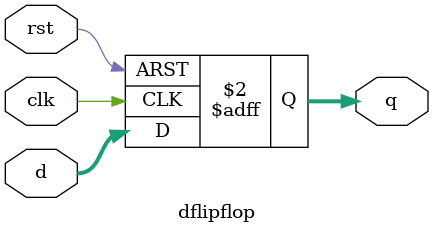
<source format=v>

module mips(input          clk, reset,
            output  [31:0] pc,
            input   [31:0] instr,
            output         memwrite,
            output  [31:0] aluout, writedata,
            input   [31:0] readdata);

  wire        memtoreg, branch,
               pcsrc, zero,
               alusrc, regdst, regwrite, jump;
  wire [2:0]  alucontrol;

  wire zeroExtend; //changes: added this signal to choose zeroExtended Immediate. only needed for logical i type

  //changes: add one more port for zeroExtend signal to both controller and datapath
  controller c(instr[31:26], instr[5:0], zero,
               memtoreg, memwrite, pcsrc,
               alusrc, regdst, regwrite, jump,
               alucontrol, zeroExtend);
  datapath dp(clk, reset, memtoreg, pcsrc,
              alusrc, regdst, regwrite, jump,
              alucontrol,
              zero, pc, instr,
              aluout, writedata, readdata, zeroExtend);
endmodule


// Todo: Implement controller module
module controller(input   [5:0] op, funct,
                  input         zero,
                  output        memtoreg, memwrite,
                  output        pcsrc, alusrc,
                  output        regdst, regwrite,
                  output        jump,
                  output  [2:0] alucontrol,
                  output zeroExtend);

// **PUT YOUR CODE HERE**
    wire branch;
    wire bne;//changes: added this to store bne signal
    wire [1:0] aluop;

    maindec maindecModule(op,memtoreg,memwrite,branch,bne,regdst,regwrite,jump,alusrc,aluop,zeroExtend);//main decoder that generates signals based on op signal
    aludec aludecModule(funct,aluop, alucontrol);//alu decoder that generates alu signals based on aluop from main decoder and func signal

    //assign pcsrc = zero & branch; //pcsrc signal is combinational and of the branch wire and the zero input signal
    
    //changes:added pcsrc combinational logic for bne
    assign pcsrc = (zero & branch) | (~zero & bne);//combinational logic for branch and bne instr

endmodule

module maindec(input [5:0] op,
               output memtoreg,memwrite,
               output branch,bne,
               output regdst,regwrite,
               output jump, alusrc,
               output [1:0] aluop,
               output zeroExtend);//changes: added zeroExtend output
    reg [10:0] controls; //changes: increased control width by 2 to accomadate bne and zeroExtend
    assign {regwrite,regdst,alusrc,branch,memwrite,memtoreg,aluop,jump,bne,zeroExtend} = controls;//changes: added bne signal 
    always@(*)
        case(op)
            6'b000000 : controls<= 11'b11000010000;//R type
            6'b100011 : controls<= 11'b10100100000;//lw
            6'b101011 : controls<= 11'b0x101x00000;//sw
            6'b000100 : controls<= 11'b0x010x01000;//beq
            6'b001000 : controls<= 11'b10100000000;//addi
            6'b000010 : controls<= 11'b0xxx0xxx100;//j
            
            //changes: added cases for ori and bne op codes
            6'b001101 : controls<= 11'b10100011001;//ori
            6'b000101 : controls<= 11'b0x000x01010;//bne
            default   : controls<= 11'bxxxxxxxxxxx;//illegal
        endcase
endmodule


module aludec(input [5:0] funct,
              input [1:0] aluop,
              output reg [2:0] alucontrol);

    always@(*)
        case(aluop)
            2'b00: alucontrol<=3'b010;//i add
            2'b01: alucontrol<=3'b110;//i sub
            
            //changes: added case for i instruction or
            2'b11: alucontrol<=3'b001;//i or
            default: //10
                case(funct) //for r type
                    6'b100000: alucontrol<=3'b010;//add
                    6'b100010: alucontrol<=3'b110;//sub
                    6'b100100: alucontrol<=3'b000;//and
                    6'b100101: alucontrol<=3'b001;//or
                    6'b101010: alucontrol<=3'b111;//slt
                    default:   alucontrol<=3'bxxx;//illegal
                endcase
        endcase

endmodule


// Todo: Implement datapath
module datapath(input          clk, reset,
                input          memtoreg, pcsrc,
                input          alusrc, regdst,
                input          regwrite, jump,
                input   [2:0]  alucontrol,
                output         zero,
                output  [31:0] pc,
                input   [31:0] instr,
                output  [31:0] aluout, writedata,
                input   [31:0] readdata,
                input zeroExtend);//changes: added zeroExtend input
// **PUT YOUR CODE HERE**                
    wire [31:0] PCPLUS4, ImmExt,shiftImmExt;
    wire [31:0] zeroImmExt,chosenImm;//changes: added corresponding signals to store zero extended immediate and the mux output
    wire [31:0] PCBranch,pcnext1,pcnext2;
    wire [31:0] PCJUMP27,PCJump;
    wire [4:0] WriteReg;
    wire [31:0] result;
    wire [31:0] SrcA, SrcB;

    adder pcPlus4Adder(pc,32'b100,PCPLUS4);//PCPLUS4= PC+4
    assign ImmExt = {{16{instr[15]}},instr[15:0]};//sign extends imm at instr[15:0]
    assign shiftImmExt = {ImmExt[29:0],2'b00};//shiftImmExt is ImmExt shifted 2 bits left
    adder pcBranchAdder(shiftImmExt,PCPLUS4,PCBranch);//adds shifted signext imm to pc+4, gets branch adress
    assign PCJump = {PCPLUS4[31:28],instr[25:0],2'b00};//gets jump adress from corr variables

    mux2 pcMux1(PCPLUS4,PCBranch,pcsrc,pcnext1);//mux between PC+4 and the branch adress, select is pcsrc signal
    mux2 pcMux2(pcnext1,PCJump,jump,pcnext2);//mux between previous mux output and jump adress, select is jump signal
    dflipflop pcSeq(clk, reset, pcnext2, pc);//d ff to update pc with the nextpc at next clock edge

    //changes
    assign zeroImmExt = {{16{1'b0}},instr[15:0]};//changes: zero extends imm at instr[15:0]
    mux2 immMux(ImmExt,zeroImmExt,zeroExtend,chosenImm);//changes: mux to select between zero and sign ext imm

    regfile regfileModule(clk,regwrite,instr[25:21],instr[20:16],WriteReg,result,SrcA,writedata);
    mux2 #(5) writeRegMux(instr[20:16],instr[15:11],regdst,WriteReg);//chooses between which register to write to based on r or i type
    
    //changes
    //mux2 srcBMux(writedata,ImmExt,alusrc,SrcB);//mux to choose between register and immediate 
    mux2 srcBMux(writedata,chosenImm,alusrc,SrcB);//changes: changed immediate input to be input from immMux
    
    ALU aluModule(SrcA,SrcB,alucontrol,aluout,zero);//alu module

    mux2 resultMux(aluout,readdata,memtoreg,result);//chooses between memmory or register to write from
    

endmodule


module regfile(input clk, we3,
                input [4:0] a1,a2,
                input [4:0] a3,
                input [31:0] wd3,
                output [31:0] rd1,rd2);
    reg [31:0] rf[31:0];//32 32 bit registers
    assign rd1 = (a1!=0)?rf[a1]:0;//if a1 is not register 0, returns word at a1 reg
    assign rd2 = (a2!=0)?rf[a2]:0;//if a2 is not register 0, returns word at a2 reg

    always @ (posedge clk)
        begin
            if(we3)//if enable is hi, writes data at wd3 to register a3
                rf[a3] <= wd3;
        end

endmodule



module adder(input [31:0] a, b,
            output [31:0] y);
    assign y = a + b;
endmodule

module mux2 #(parameter WIDTH = 32)//default 32 bit mux
            (input [WIDTH-1:0] d0, d1,
            input s,
            output [WIDTH-1 :0] y);
    assign y = s ? d1 : d0;
endmodule


module dflipflop(input clk, rst,
                input [31:0] d,
                output reg [31:0] q);
    always@(posedge clk, posedge rst)
        begin
            if(rst)
                q<=0;
            else
                q<=d;
        end
endmodule







</source>
